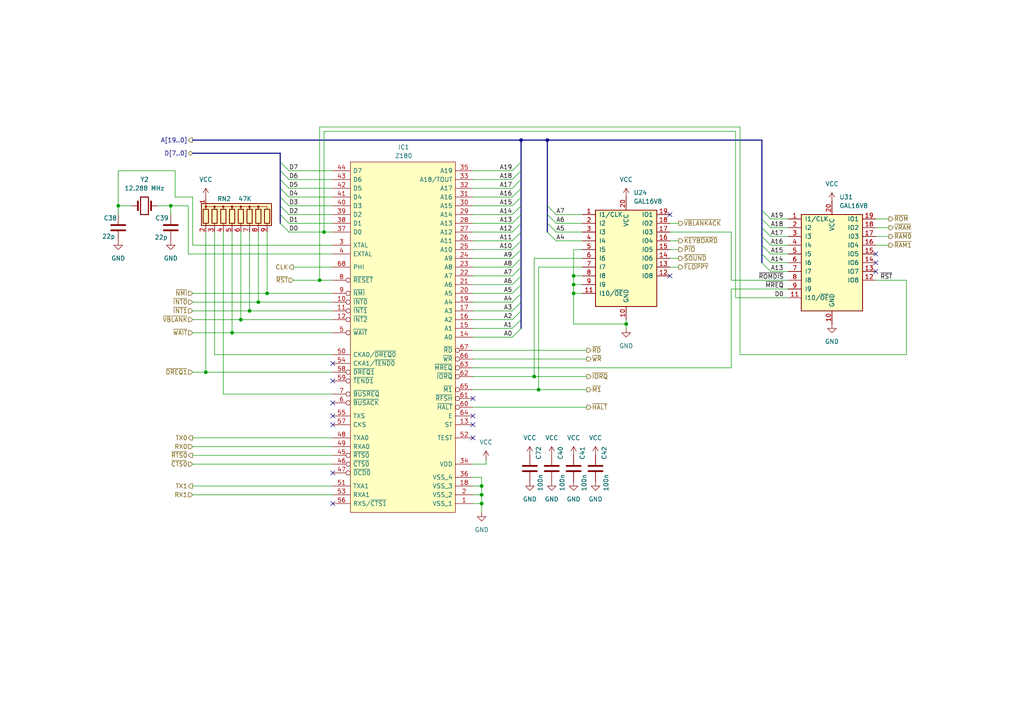
<source format=kicad_sch>
(kicad_sch (version 20250114) (generator "eeschema") (generator_version "9.0")
  (paper "A4")
  (lib_symbols
    (symbol "Device:C" (pin_numbers (hide yes)) (pin_names (offset 0.254))
      (property "Reference" "C" (at 0.635 2.54 0))
      (property "Value" "C" (at 0.635 -2.54 0))
      (symbol "C_0_1"
        (polyline (pts (xy -2.032 0.762) (xy 2.032 0.762)) (stroke (width 0.508)))
        (polyline (pts (xy -2.032 -0.762) (xy 2.032 -0.762)) (stroke (width 0.508)))
      )
      (symbol "C_1_1"
        (pin passive line (at 0 3.81 270) (length 2.794) (name "~") (number "1"))
        (pin passive line (at 0 -3.81 90) (length 2.794) (name "~") (number "2"))
      )
    )
    (symbol "Device:Crystal" (pin_numbers (hide yes)) (pin_names (offset 1.016) (hide yes))
      (property "Reference" "Y" (at 0 3.81 0))
      (property "Value" "Crystal" (at 0 -3.81 0))
      (symbol "Crystal_0_1"
        (polyline (pts (xy -2.54 0) (xy -1.905 0)))
        (polyline (pts (xy -1.905 -1.27) (xy -1.905 1.27)) (stroke (width 0.508)))
        (rectangle (start -1.143 2.54) (end 1.143 -2.54) (stroke (width 0.3048)))
        (polyline (pts (xy 1.905 -1.27) (xy 1.905 1.27)) (stroke (width 0.508)))
        (polyline (pts (xy 2.54 0) (xy 1.905 0)))
      )
      (symbol "Crystal_1_1"
        (pin passive line (at -3.81 0 0) (length 1.27) (name "1") (number "1"))
        (pin passive line (at 3.81 0 180) (length 1.27) (name "2") (number "2"))
      )
    )
    (symbol "Device:R_Network08" (pin_names (offset 0) (hide yes))
      (property "Reference" "RN" (at -12.7 0 90))
      (property "Value" "R_Network08" (at 10.16 0 90))
      (symbol "R_Network08_0_1"
        (rectangle (start -11.43 -3.175) (end 8.89 3.175) (stroke (width 0.254)) (fill (type background)))
        (rectangle (start -10.922 1.524) (end -9.398 -2.54) (stroke (width 0.254)))
        (circle (center -10.16 2.286) (radius 0.254) (fill (type outline)))
        (polyline (pts (xy -10.16 1.524) (xy -10.16 2.286) (xy -7.62 2.286) (xy -7.62 1.524)))
        (polyline (pts (xy -10.16 -2.54) (xy -10.16 -3.81)))
        (rectangle (start -8.382 1.524) (end -6.858 -2.54) (stroke (width 0.254)))
        (circle (center -7.62 2.286) (radius 0.254) (fill (type outline)))
        (polyline (pts (xy -7.62 1.524) (xy -7.62 2.286) (xy -5.08 2.286) (xy -5.08 1.524)))
        (polyline (pts (xy -7.62 -2.54) (xy -7.62 -3.81)))
        (rectangle (start -5.842 1.524) (end -4.318 -2.54) (stroke (width 0.254)))
        (circle (center -5.08 2.286) (radius 0.254) (fill (type outline)))
        (polyline (pts (xy -5.08 1.524) (xy -5.08 2.286) (xy -2.54 2.286) (xy -2.54 1.524)))
        (polyline (pts (xy -5.08 -2.54) (xy -5.08 -3.81)))
        (rectangle (start -3.302 1.524) (end -1.778 -2.54) (stroke (width 0.254)))
        (circle (center -2.54 2.286) (radius 0.254) (fill (type outline)))
        (polyline (pts (xy -2.54 1.524) (xy -2.54 2.286) (xy 0 2.286) (xy 0 1.524)))
        (polyline (pts (xy -2.54 -2.54) (xy -2.54 -3.81)))
        (rectangle (start -0.762 1.524) (end 0.762 -2.54) (stroke (width 0.254)))
        (circle (center 0 2.286) (radius 0.254) (fill (type outline)))
        (polyline (pts (xy 0 1.524) (xy 0 2.286) (xy 2.54 2.286) (xy 2.54 1.524)))
        (polyline (pts (xy 0 -2.54) (xy 0 -3.81)))
        (rectangle (start 1.778 1.524) (end 3.302 -2.54) (stroke (width 0.254)))
        (circle (center 2.54 2.286) (radius 0.254) (fill (type outline)))
        (polyline (pts (xy 2.54 1.524) (xy 2.54 2.286) (xy 5.08 2.286) (xy 5.08 1.524)))
        (polyline (pts (xy 2.54 -2.54) (xy 2.54 -3.81)))
        (rectangle (start 4.318 1.524) (end 5.842 -2.54) (stroke (width 0.254)))
        (circle (center 5.08 2.286) (radius 0.254) (fill (type outline)))
        (polyline (pts (xy 5.08 1.524) (xy 5.08 2.286) (xy 7.62 2.286) (xy 7.62 1.524)))
        (polyline (pts (xy 5.08 -2.54) (xy 5.08 -3.81)))
        (rectangle (start 6.858 1.524) (end 8.382 -2.54) (stroke (width 0.254)))
        (polyline (pts (xy 7.62 -2.54) (xy 7.62 -3.81)))
      )
      (symbol "R_Network08_1_1"
        (pin passive line (at -10.16 5.08 270) (length 2.54) (name "common") (number "1"))
        (pin passive line (at -10.16 -5.08 90) (length 1.27) (name "R1") (number "2"))
        (pin passive line (at -7.62 -5.08 90) (length 1.27) (name "R2") (number "3"))
        (pin passive line (at -5.08 -5.08 90) (length 1.27) (name "R3") (number "4"))
        (pin passive line (at -2.54 -5.08 90) (length 1.27) (name "R4") (number "5"))
        (pin passive line (at 0 -5.08 90) (length 1.27) (name "R5") (number "6"))
        (pin passive line (at 2.54 -5.08 90) (length 1.27) (name "R6") (number "7"))
        (pin passive line (at 5.08 -5.08 90) (length 1.27) (name "R7") (number "8"))
        (pin passive line (at 7.62 -5.08 90) (length 1.27) (name "R8") (number "9"))
      )
    )
    (symbol "Logic_Programmable:GAL16V8" (pin_names (offset 1.016))
      (property "Reference" "U" (at -8.89 16.51 0))
      (property "Value" "GAL16V8" (at 1.27 16.51 0))
      (symbol "GAL16V8_0_0"
        (pin power_in line (at 0 17.78 270) (length 3.81) (name "VCC") (number "20"))
        (pin power_in line (at 0 -17.78 90) (length 3.81) (name "GND") (number "10"))
      )
      (symbol "GAL16V8_0_1"
        (rectangle (start -8.89 13.97) (end 8.89 -13.97) (stroke (width 0.254)) (fill (type background)))
      )
      (symbol "GAL16V8_1_1"
        (pin input line (at -12.7 12.7 0) (length 3.81) (name "I1/CLK") (number "1"))
        (pin input line (at -12.7 10.16 0) (length 3.81) (name "I2") (number "2"))
        (pin input line (at -12.7 7.62 0) (length 3.81) (name "I3") (number "3"))
        (pin input line (at -12.7 5.08 0) (length 3.81) (name "I4") (number "4"))
        (pin input line (at -12.7 2.54 0) (length 3.81) (name "I5") (number "5"))
        (pin input line (at -12.7 0 0) (length 3.81) (name "I6") (number "6"))
        (pin input line (at -12.7 -2.54 0) (length 3.81) (name "I7") (number "7"))
        (pin input line (at -12.7 -5.08 0) (length 3.81) (name "I8") (number "8"))
        (pin input line (at -12.7 -7.62 0) (length 3.81) (name "I9") (number "9"))
        (pin input line (at -12.7 -10.16 0) (length 3.81) (name "I10/~{OE}") (number "11"))
        (pin tri_state line (at 12.7 12.7 180) (length 3.81) (name "IO1") (number "19"))
        (pin tri_state line (at 12.7 10.16 180) (length 3.81) (name "IO2") (number "18"))
        (pin tri_state line (at 12.7 7.62 180) (length 3.81) (name "I03") (number "17"))
        (pin tri_state line (at 12.7 5.08 180) (length 3.81) (name "IO4") (number "16"))
        (pin tri_state line (at 12.7 2.54 180) (length 3.81) (name "IO5") (number "15"))
        (pin tri_state line (at 12.7 0 180) (length 3.81) (name "IO6") (number "14"))
        (pin tri_state line (at 12.7 -2.54 180) (length 3.81) (name "IO7") (number "13"))
        (pin tri_state line (at 12.7 -5.08 180) (length 3.81) (name "IO8") (number "12"))
      )
    )
    (symbol "Zilog_Z180:Z8-L180-S180-180-PLCC-68" (pin_names (offset 0.762))
      (property "Reference" "IC1" (at 62.23 -0.0314 0))
      (property "Value" "Z8-L180-S180-180-PLCC-68" (at 62.23 -2.5714 0))
      (symbol "Z8-L180-S180-180-PLCC-68_0_0"
        (pin tri_state line (at -5.08 -2.54 0) (length 5.08) (name "D7") (number "44"))
        (pin tri_state line (at -5.08 -5.08 0) (length 5.08) (name "D6") (number "43"))
        (pin tri_state line (at -5.08 -7.62 0) (length 5.08) (name "D5") (number "42"))
        (pin tri_state line (at -5.08 -10.16 0) (length 5.08) (name "D4") (number "41"))
        (pin tri_state line (at -5.08 -12.7 0) (length 5.08) (name "D3") (number "40"))
        (pin tri_state line (at -5.08 -15.24 0) (length 5.08) (name "D2") (number "39"))
        (pin tri_state line (at -5.08 -17.78 0) (length 5.08) (name "D1") (number "38"))
        (pin tri_state line (at -5.08 -20.32 0) (length 5.08) (name "D0") (number "37"))
        (pin input line (at -5.08 -24.13 0) (length 5.08) (name "XTAL") (number "3"))
        (pin input line (at -5.08 -26.67 0) (length 5.08) (name "EXTAL") (number "4"))
        (pin output line (at -5.08 -30.48 0) (length 5.08) (name "PHI") (number "68"))
        (pin input inverted (at -5.08 -34.29 0) (length 5.08) (name "~{RESET}") (number "8"))
        (pin input inverted (at -5.08 -38.1 0) (length 5.08) (name "~{NMI}") (number "9"))
        (pin input inverted (at -5.08 -40.64 0) (length 5.08) (name "~{INT0}") (number "10"))
        (pin input inverted (at -5.08 -43.18 0) (length 5.08) (name "~{INT1}") (number "11"))
        (pin input inverted (at -5.08 -45.72 0) (length 5.08) (name "~{INT2}") (number "12"))
        (pin input inverted (at -5.08 -49.53 0) (length 5.08) (name "~{WAIT}") (number "5"))
        (pin bidirectional line (at -5.08 -55.88 0) (length 5.08) (name "CKA0/~{DREQ0}") (number "50"))
        (pin bidirectional line (at -5.08 -58.42 0) (length 5.08) (name "CKA1/~{TEND0}") (number "54"))
        (pin input inverted (at -5.08 -60.96 0) (length 5.08) (name "~{DREQ1}") (number "58"))
        (pin output inverted (at -5.08 -63.5 0) (length 5.08) (name "~{TEND1}") (number "59"))
        (pin input inverted (at -5.08 -67.31 0) (length 5.08) (name "~{BUSREQ}") (number "7"))
        (pin output inverted (at -5.08 -69.85 0) (length 5.08) (name "~{BUSACK}") (number "6"))
        (pin output line (at -5.08 -73.66 0) (length 5.08) (name "TXS") (number "55"))
        (pin bidirectional line (at -5.08 -76.2 0) (length 5.08) (name "CKS") (number "57"))
        (pin output line (at -5.08 -80.01 0) (length 5.08) (name "TXA0") (number "48"))
        (pin input line (at -5.08 -82.55 0) (length 5.08) (name "RXA0") (number "49"))
        (pin output inverted (at -5.08 -85.09 0) (length 5.08) (name "~{RTS0}") (number "45"))
        (pin input inverted (at -5.08 -87.63 0) (length 5.08) (name "~{CTS0}") (number "46"))
        (pin input inverted (at -5.08 -90.17 0) (length 5.08) (name "~{DCD0}") (number "47"))
        (pin output line (at -5.08 -93.98 0) (length 5.08) (name "TXA1") (number "51"))
        (pin input line (at -5.08 -96.52 0) (length 5.08) (name "RXA1") (number "53"))
        (pin input line (at -5.08 -99.06 0) (length 5.08) (name "RXS/~{CTS1}") (number "56"))
        (pin output line (at 35.56 -2.54 180) (length 5.08) (name "A19") (number "35"))
        (pin output line (at 35.56 -5.08 180) (length 5.08) (name "A18/TOUT") (number "33"))
        (pin output line (at 35.56 -7.62 180) (length 5.08) (name "A17") (number "32"))
        (pin output line (at 35.56 -10.16 180) (length 5.08) (name "A16") (number "31"))
        (pin output line (at 35.56 -12.7 180) (length 5.08) (name "A15") (number "30"))
        (pin output line (at 35.56 -15.24 180) (length 5.08) (name "A14") (number "29"))
        (pin output line (at 35.56 -17.78 180) (length 5.08) (name "A13") (number "28"))
        (pin output line (at 35.56 -20.32 180) (length 5.08) (name "A12") (number "27"))
        (pin output line (at 35.56 -22.86 180) (length 5.08) (name "A11") (number "26"))
        (pin output line (at 35.56 -25.4 180) (length 5.08) (name "A10") (number "25"))
        (pin output line (at 35.56 -27.94 180) (length 5.08) (name "A9") (number "24"))
        (pin output line (at 35.56 -30.48 180) (length 5.08) (name "A8") (number "23"))
        (pin output line (at 35.56 -33.02 180) (length 5.08) (name "A7") (number "22"))
        (pin output line (at 35.56 -35.56 180) (length 5.08) (name "A6") (number "21"))
        (pin output line (at 35.56 -38.1 180) (length 5.08) (name "A5") (number "20"))
        (pin output line (at 35.56 -40.64 180) (length 5.08) (name "A4") (number "19"))
        (pin output line (at 35.56 -43.18 180) (length 5.08) (name "A3") (number "17"))
        (pin output line (at 35.56 -45.72 180) (length 5.08) (name "A2") (number "16"))
        (pin output line (at 35.56 -48.26 180) (length 5.08) (name "A1") (number "15"))
        (pin output line (at 35.56 -50.8 180) (length 5.08) (name "A0") (number "14"))
        (pin output inverted (at 35.56 -54.61 180) (length 5.08) (name "~{RD}") (number "67"))
        (pin output inverted (at 35.56 -57.15 180) (length 5.08) (name "~{WR}") (number "66"))
        (pin output inverted (at 35.56 -59.69 180) (length 5.08) (name "~{MREQ}") (number "63"))
        (pin output inverted (at 35.56 -62.23 180) (length 5.08) (name "~{IORQ}") (number "62"))
        (pin output inverted (at 35.56 -66.04 180) (length 5.08) (name "~{M1}") (number "65"))
        (pin output inverted (at 35.56 -68.58 180) (length 5.08) (name "~{RFSH}") (number "61"))
        (pin output inverted (at 35.56 -71.12 180) (length 5.08) (name "~{HALT}") (number "60"))
        (pin output line (at 35.56 -73.66 180) (length 5.08) (name "E") (number "64"))
        (pin output line (at 35.56 -76.2 180) (length 5.08) (name "ST") (number "13"))
        (pin output line (at 35.56 -80.01 180) (length 5.08) (name "TEST") (number "52"))
        (pin power_in line (at 35.56 -87.63 180) (length 5.08) (name "VDD") (number "34"))
        (pin power_in line (at 35.56 -91.44 180) (length 5.08) (name "VSS_4") (number "36"))
        (pin power_in line (at 35.56 -93.98 180) (length 5.08) (name "VSS_3") (number "18"))
        (pin power_in line (at 35.56 -96.52 180) (length 5.08) (name "VSS_2") (number "2"))
        (pin power_in line (at 35.56 -99.06 180) (length 5.08) (name "VSS_1") (number "1"))
      )
      (symbol "Z8-L180-S180-180-PLCC-68_0_1"
        (rectangle (start 0 0) (end 30.48 -101.6) (stroke (width 0.1524)) (fill (type background)))
      )
    )
    (symbol "power:GND" (power) (pin_numbers (hide yes)) (pin_names (offset 0) (hide yes))
      (property "Value" "GND" (at 0 -3.81 0))
      (symbol "GND_0_1"
        (polyline (pts (xy 0 0) (xy 0 -1.27) (xy 1.27 -1.27) (xy 0 -2.54) (xy -1.27 -1.27) (xy 0 -1.27)))
      )
      (symbol "GND_1_1"
        (pin power_in line (at 0 0 270) (length 0) (name "~") (number "1"))
      )
    )
    (symbol "power:VCC" (power) (pin_numbers (hide yes)) (pin_names (offset 0) (hide yes))
      (property "Value" "VCC" (at 0 3.556 0))
      (symbol "VCC_0_1"
        (polyline (pts (xy -0.762 1.27) (xy 0 2.54)))
        (polyline (pts (xy 0 2.54) (xy 0.762 1.27)))
        (polyline (pts (xy 0 0) (xy 0 2.54)))
      )
      (symbol "VCC_1_1"
        (pin power_in line (at 0 0 90) (length 0) (name "~") (number "1"))
      )
    )
  )
  (junction (at 154.94 109.22))
  (junction (at 139.7 143.51))
  (junction (at 166.37 82.55))
  (junction (at 93.98 67.31))
  (junction (at 74.93 87.63))
  (junction (at 139.7 146.05))
  (junction (at 34.29 59.69))
  (junction (at 49.53 59.69))
  (junction (at 158.75 40.64))
  (junction (at 69.85 92.71))
  (junction (at 77.47 85.09))
  (junction (at 166.37 80.01))
  (junction (at 67.31 96.52))
  (junction (at 92.71 81.28))
  (junction (at 72.39 90.17))
  (junction (at 59.69 107.95))
  (junction (at 181.61 93.98))
  (junction (at 166.37 85.09))
  (junction (at 156.21 113.03))
  (junction (at 151.13 40.64))
  (junction (at 139.7 140.97))
  (no_connect (at 254 78.74))
  (no_connect (at 194.31 80.01))
  (no_connect (at 96.52 116.84))
  (no_connect (at 96.52 146.05))
  (no_connect (at 96.52 110.49))
  (no_connect (at 96.52 123.19))
  (no_connect (at 254 76.2))
  (no_connect (at 96.52 120.65))
  (no_connect (at 254 73.66))
  (no_connect (at 137.16 115.57))
  (no_connect (at 137.16 127))
  (no_connect (at 96.52 137.16))
  (no_connect (at 96.52 105.41))
  (no_connect (at 137.16 120.65))
  (no_connect (at 137.16 123.19))
  (no_connect (at 194.31 62.23))
  (bus_entry (at 81.28 62.23) (size 2.54 2.54))
  (bus_entry (at 151.13 69.85) (size -2.54 2.54))
  (bus_entry (at 151.13 54.61) (size -2.54 2.54))
  (bus_entry (at 81.28 52.07) (size 2.54 2.54))
  (bus_entry (at 81.28 46.99) (size 2.54 2.54))
  (bus_entry (at 151.13 52.07) (size -2.54 2.54))
  (bus_entry (at 151.13 74.93) (size -2.54 2.54))
  (bus_entry (at 81.28 49.53) (size 2.54 2.54))
  (bus_entry (at 151.13 95.25) (size -2.54 2.54))
  (bus_entry (at 151.13 80.01) (size -2.54 2.54))
  (bus_entry (at 220.98 63.5) (size 2.54 2.54))
  (bus_entry (at 220.98 76.2) (size 2.54 2.54))
  (bus_entry (at 158.75 62.23) (size 2.54 2.54))
  (bus_entry (at 81.28 54.61) (size 2.54 2.54))
  (bus_entry (at 151.13 90.17) (size -2.54 2.54))
  (bus_entry (at 151.13 92.71) (size -2.54 2.54))
  (bus_entry (at 81.28 59.69) (size 2.54 2.54))
  (bus_entry (at 158.75 64.77) (size 2.54 2.54))
  (bus_entry (at 151.13 77.47) (size -2.54 2.54))
  (bus_entry (at 151.13 82.55) (size -2.54 2.54))
  (bus_entry (at 151.13 85.09) (size -2.54 2.54))
  (bus_entry (at 220.98 73.66) (size 2.54 2.54))
  (bus_entry (at 151.13 64.77) (size -2.54 2.54))
  (bus_entry (at 220.98 66.04) (size 2.54 2.54))
  (bus_entry (at 158.75 59.69) (size 2.54 2.54))
  (bus_entry (at 151.13 49.53) (size -2.54 2.54))
  (bus_entry (at 220.98 60.96) (size 2.54 2.54))
  (bus_entry (at 220.98 68.58) (size 2.54 2.54))
  (bus_entry (at 81.28 64.77) (size 2.54 2.54))
  (bus_entry (at 151.13 57.15) (size -2.54 2.54))
  (bus_entry (at 81.28 57.15) (size 2.54 2.54))
  (bus_entry (at 151.13 62.23) (size -2.54 2.54))
  (bus_entry (at 151.13 46.99) (size -2.54 2.54))
  (bus_entry (at 151.13 67.31) (size -2.54 2.54))
  (bus_entry (at 158.75 67.31) (size 2.54 2.54))
  (bus_entry (at 151.13 72.39) (size -2.54 2.54))
  (bus_entry (at 220.98 71.12) (size 2.54 2.54))
  (bus_entry (at 151.13 59.69) (size -2.54 2.54))
  (bus_entry (at 151.13 87.63) (size -2.54 2.54))
  (wire (pts (xy 54.61 59.69) (xy 54.61 73.66)))
  (wire (pts (xy 154.94 109.22) (xy 170.18 109.22)))
  (bus (pts (xy 151.13 57.15) (xy 151.13 59.69)))
  (wire (pts (xy 137.16 49.53) (xy 148.59 49.53)))
  (wire (pts (xy 137.16 85.09) (xy 148.59 85.09)))
  (wire (pts (xy 137.16 64.77) (xy 148.59 64.77)))
  (bus (pts (xy 158.75 40.64) (xy 158.75 59.69)))
  (wire (pts (xy 83.82 59.69) (xy 96.52 59.69)))
  (wire (pts (xy 223.52 73.66) (xy 228.6 73.66)))
  (wire (pts (xy 137.16 95.25) (xy 148.59 95.25)))
  (wire (pts (xy 72.39 90.17) (xy 72.39 67.31)))
  (wire (pts (xy 85.09 81.28) (xy 92.71 81.28)))
  (wire (pts (xy 62.23 102.87) (xy 62.23 67.31)))
  (wire (pts (xy 223.52 76.2) (xy 228.6 76.2)))
  (wire (pts (xy 166.37 80.01) (xy 166.37 72.39)))
  (wire (pts (xy 137.16 90.17) (xy 148.59 90.17)))
  (bus (pts (xy 151.13 85.09) (xy 151.13 87.63)))
  (wire (pts (xy 214.63 102.87) (xy 262.89 102.87)))
  (wire (pts (xy 55.88 127) (xy 96.52 127)))
  (wire (pts (xy 50.8 57.15) (xy 55.88 57.15)))
  (bus (pts (xy 220.98 40.64) (xy 220.98 60.96)))
  (bus (pts (xy 81.28 54.61) (xy 81.28 57.15)))
  (wire (pts (xy 55.88 96.52) (xy 67.31 96.52)))
  (wire (pts (xy 137.16 118.11) (xy 170.18 118.11)))
  (bus (pts (xy 151.13 87.63) (xy 151.13 90.17)))
  (wire (pts (xy 55.88 129.54) (xy 96.52 129.54)))
  (wire (pts (xy 85.09 77.47) (xy 96.52 77.47)))
  (wire (pts (xy 96.52 87.63) (xy 74.93 87.63)))
  (wire (pts (xy 137.16 62.23) (xy 148.59 62.23)))
  (wire (pts (xy 137.16 113.03) (xy 156.21 113.03)))
  (wire (pts (xy 139.7 138.43) (xy 139.7 140.97)))
  (wire (pts (xy 137.16 80.01) (xy 148.59 80.01)))
  (bus (pts (xy 81.28 59.69) (xy 81.28 62.23)))
  (wire (pts (xy 194.31 64.77) (xy 196.85 64.77)))
  (wire (pts (xy 38.1 59.69) (xy 34.29 59.69)))
  (bus (pts (xy 151.13 62.23) (xy 151.13 64.77)))
  (wire (pts (xy 166.37 82.55) (xy 168.91 82.55)))
  (wire (pts (xy 223.52 66.04) (xy 228.6 66.04)))
  (bus (pts (xy 151.13 59.69) (xy 151.13 62.23)))
  (wire (pts (xy 55.88 87.63) (xy 74.93 87.63)))
  (wire (pts (xy 181.61 93.98) (xy 166.37 93.98)))
  (wire (pts (xy 137.16 101.6) (xy 170.18 101.6)))
  (bus (pts (xy 81.28 44.45) (xy 81.28 46.99)))
  (wire (pts (xy 137.16 74.93) (xy 148.59 74.93)))
  (bus (pts (xy 81.28 62.23) (xy 81.28 64.77)))
  (wire (pts (xy 55.88 134.62) (xy 96.52 134.62)))
  (wire (pts (xy 83.82 49.53) (xy 96.52 49.53)))
  (wire (pts (xy 55.88 71.12) (xy 96.52 71.12)))
  (bus (pts (xy 151.13 69.85) (xy 151.13 72.39)))
  (wire (pts (xy 161.29 67.31) (xy 168.91 67.31)))
  (wire (pts (xy 93.98 38.1) (xy 213.36 38.1)))
  (wire (pts (xy 212.09 83.82) (xy 228.6 83.82)))
  (wire (pts (xy 137.16 106.68) (xy 212.09 106.68)))
  (wire (pts (xy 156.21 113.03) (xy 156.21 77.47)))
  (wire (pts (xy 223.52 71.12) (xy 228.6 71.12)))
  (wire (pts (xy 181.61 92.71) (xy 181.61 93.98)))
  (wire (pts (xy 50.8 49.53) (xy 50.8 57.15)))
  (wire (pts (xy 196.85 77.47) (xy 194.31 77.47)))
  (wire (pts (xy 137.16 87.63) (xy 148.59 87.63)))
  (wire (pts (xy 92.71 81.28) (xy 96.52 81.28)))
  (wire (pts (xy 77.47 85.09) (xy 77.47 67.31)))
  (bus (pts (xy 151.13 90.17) (xy 151.13 92.71)))
  (bus (pts (xy 151.13 67.31) (xy 151.13 69.85)))
  (wire (pts (xy 137.16 140.97) (xy 139.7 140.97)))
  (wire (pts (xy 137.16 69.85) (xy 148.59 69.85)))
  (bus (pts (xy 151.13 72.39) (xy 151.13 74.93)))
  (wire (pts (xy 34.29 49.53) (xy 50.8 49.53)))
  (wire (pts (xy 212.09 106.68) (xy 212.09 83.82)))
  (wire (pts (xy 137.16 82.55) (xy 148.59 82.55)))
  (wire (pts (xy 161.29 69.85) (xy 168.91 69.85)))
  (bus (pts (xy 151.13 52.07) (xy 151.13 54.61)))
  (wire (pts (xy 166.37 80.01) (xy 168.91 80.01)))
  (wire (pts (xy 49.53 59.69) (xy 54.61 59.69)))
  (bus (pts (xy 81.28 46.99) (xy 81.28 49.53)))
  (wire (pts (xy 55.88 57.15) (xy 55.88 71.12)))
  (wire (pts (xy 83.82 64.77) (xy 96.52 64.77)))
  (bus (pts (xy 81.28 49.53) (xy 81.28 52.07)))
  (wire (pts (xy 69.85 92.71) (xy 69.85 67.31)))
  (wire (pts (xy 137.16 138.43) (xy 139.7 138.43)))
  (wire (pts (xy 140.97 134.62) (xy 140.97 133.35)))
  (bus (pts (xy 220.98 71.12) (xy 220.98 73.66)))
  (wire (pts (xy 213.36 38.1) (xy 213.36 86.36)))
  (wire (pts (xy 213.36 86.36) (xy 228.6 86.36)))
  (bus (pts (xy 220.98 60.96) (xy 220.98 63.5)))
  (bus (pts (xy 158.75 40.64) (xy 220.98 40.64)))
  (wire (pts (xy 96.52 90.17) (xy 72.39 90.17)))
  (wire (pts (xy 137.16 104.14) (xy 170.18 104.14)))
  (wire (pts (xy 45.72 59.69) (xy 49.53 59.69)))
  (wire (pts (xy 55.88 132.08) (xy 96.52 132.08)))
  (wire (pts (xy 137.16 52.07) (xy 148.59 52.07)))
  (wire (pts (xy 83.82 52.07) (xy 96.52 52.07)))
  (wire (pts (xy 34.29 59.69) (xy 34.29 49.53)))
  (bus (pts (xy 220.98 68.58) (xy 220.98 71.12)))
  (bus (pts (xy 220.98 73.66) (xy 220.98 76.2)))
  (wire (pts (xy 83.82 62.23) (xy 96.52 62.23)))
  (wire (pts (xy 254 66.04) (xy 257.81 66.04)))
  (bus (pts (xy 220.98 66.04) (xy 220.98 68.58)))
  (wire (pts (xy 137.16 67.31) (xy 148.59 67.31)))
  (wire (pts (xy 166.37 72.39) (xy 168.91 72.39)))
  (bus (pts (xy 151.13 40.64) (xy 158.75 40.64)))
  (wire (pts (xy 96.52 85.09) (xy 77.47 85.09)))
  (wire (pts (xy 83.82 54.61) (xy 96.52 54.61)))
  (bus (pts (xy 151.13 77.47) (xy 151.13 80.01)))
  (wire (pts (xy 69.85 92.71) (xy 96.52 92.71)))
  (wire (pts (xy 49.53 59.69) (xy 49.53 62.23)))
  (wire (pts (xy 196.85 74.93) (xy 194.31 74.93)))
  (wire (pts (xy 137.16 109.22) (xy 154.94 109.22)))
  (wire (pts (xy 194.31 67.31) (xy 212.09 67.31)))
  (wire (pts (xy 74.93 87.63) (xy 74.93 67.31)))
  (wire (pts (xy 223.52 78.74) (xy 228.6 78.74)))
  (wire (pts (xy 96.52 96.52) (xy 67.31 96.52)))
  (wire (pts (xy 262.89 81.28) (xy 254 81.28)))
  (wire (pts (xy 55.88 92.71) (xy 69.85 92.71)))
  (wire (pts (xy 93.98 67.31) (xy 96.52 67.31)))
  (wire (pts (xy 223.52 63.5) (xy 228.6 63.5)))
  (wire (pts (xy 254 68.58) (xy 257.81 68.58)))
  (wire (pts (xy 139.7 146.05) (xy 139.7 148.59)))
  (wire (pts (xy 137.16 143.51) (xy 139.7 143.51)))
  (wire (pts (xy 139.7 140.97) (xy 139.7 143.51)))
  (wire (pts (xy 93.98 67.31) (xy 93.98 38.1)))
  (wire (pts (xy 161.29 64.77) (xy 168.91 64.77)))
  (wire (pts (xy 55.88 90.17) (xy 72.39 90.17)))
  (wire (pts (xy 137.16 57.15) (xy 148.59 57.15)))
  (bus (pts (xy 55.88 44.45) (xy 81.28 44.45)))
  (bus (pts (xy 151.13 74.93) (xy 151.13 77.47)))
  (wire (pts (xy 254 71.12) (xy 257.81 71.12)))
  (wire (pts (xy 54.61 73.66) (xy 96.52 73.66)))
  (bus (pts (xy 220.98 63.5) (xy 220.98 66.04)))
  (bus (pts (xy 81.28 52.07) (xy 81.28 54.61)))
  (wire (pts (xy 92.71 81.28) (xy 92.71 36.83)))
  (bus (pts (xy 151.13 40.64) (xy 151.13 46.99)))
  (wire (pts (xy 96.52 107.95) (xy 59.69 107.95)))
  (bus (pts (xy 151.13 64.77) (xy 151.13 67.31)))
  (wire (pts (xy 83.82 57.15) (xy 96.52 57.15)))
  (bus (pts (xy 81.28 57.15) (xy 81.28 59.69)))
  (wire (pts (xy 55.88 85.09) (xy 77.47 85.09)))
  (bus (pts (xy 151.13 54.61) (xy 151.13 57.15)))
  (wire (pts (xy 137.16 77.47) (xy 148.59 77.47)))
  (wire (pts (xy 214.63 36.83) (xy 214.63 102.87)))
  (wire (pts (xy 154.94 109.22) (xy 154.94 74.93)))
  (wire (pts (xy 196.85 69.85) (xy 194.31 69.85)))
  (wire (pts (xy 181.61 93.98) (xy 181.61 95.25)))
  (wire (pts (xy 254 63.5) (xy 257.81 63.5)))
  (wire (pts (xy 92.71 36.83) (xy 214.63 36.83)))
  (wire (pts (xy 161.29 62.23) (xy 168.91 62.23)))
  (wire (pts (xy 59.69 107.95) (xy 59.69 67.31)))
  (wire (pts (xy 96.52 114.3) (xy 64.77 114.3)))
  (wire (pts (xy 83.82 67.31) (xy 93.98 67.31)))
  (wire (pts (xy 96.52 102.87) (xy 62.23 102.87)))
  (bus (pts (xy 151.13 49.53) (xy 151.13 52.07)))
  (bus (pts (xy 151.13 80.01) (xy 151.13 82.55)))
  (wire (pts (xy 55.88 140.97) (xy 96.52 140.97)))
  (bus (pts (xy 158.75 64.77) (xy 158.75 67.31)))
  (wire (pts (xy 156.21 113.03) (xy 170.18 113.03)))
  (wire (pts (xy 166.37 93.98) (xy 166.37 85.09)))
  (wire (pts (xy 166.37 85.09) (xy 166.37 82.55)))
  (wire (pts (xy 137.16 92.71) (xy 148.59 92.71)))
  (wire (pts (xy 34.29 59.69) (xy 34.29 62.23)))
  (wire (pts (xy 64.77 114.3) (xy 64.77 67.31)))
  (wire (pts (xy 139.7 143.51) (xy 139.7 146.05)))
  (wire (pts (xy 212.09 81.28) (xy 228.6 81.28)))
  (wire (pts (xy 223.52 68.58) (xy 228.6 68.58)))
  (wire (pts (xy 137.16 97.79) (xy 148.59 97.79)))
  (wire (pts (xy 67.31 96.52) (xy 67.31 67.31)))
  (wire (pts (xy 137.16 54.61) (xy 148.59 54.61)))
  (bus (pts (xy 158.75 59.69) (xy 158.75 62.23)))
  (wire (pts (xy 262.89 102.87) (xy 262.89 81.28)))
  (bus (pts (xy 151.13 82.55) (xy 151.13 85.09)))
  (wire (pts (xy 55.88 143.51) (xy 96.52 143.51)))
  (wire (pts (xy 166.37 85.09) (xy 168.91 85.09)))
  (wire (pts (xy 137.16 134.62) (xy 140.97 134.62)))
  (wire (pts (xy 196.85 72.39) (xy 194.31 72.39)))
  (wire (pts (xy 166.37 82.55) (xy 166.37 80.01)))
  (wire (pts (xy 55.88 107.95) (xy 59.69 107.95)))
  (wire (pts (xy 137.16 146.05) (xy 139.7 146.05)))
  (wire (pts (xy 154.94 74.93) (xy 168.91 74.93)))
  (wire (pts (xy 137.16 59.69) (xy 148.59 59.69)))
  (wire (pts (xy 156.21 77.47) (xy 168.91 77.47)))
  (wire (pts (xy 137.16 72.39) (xy 148.59 72.39)))
  (bus (pts (xy 55.88 40.64) (xy 151.13 40.64)))
  (bus (pts (xy 151.13 92.71) (xy 151.13 95.25)))
  (bus (pts (xy 158.75 62.23) (xy 158.75 64.77)))
  (wire (pts (xy 212.09 67.31) (xy 212.09 81.28)))
  (bus (pts (xy 151.13 46.99) (xy 151.13 49.53)))
  (label "A13" (at 223.52 78.74 0))
  (label "A4" (at 161.29 69.85 0))
  (label "A1" (at 148.59 95.25 180))
  (label "D0" (at 83.82 67.31 0))
  (label "A11" (at 148.59 69.85 180))
  (label "D7" (at 83.82 49.53 0))
  (label "D6" (at 83.82 52.07 0))
  (label "A5" (at 161.29 67.31 0))
  (label "A3" (at 148.59 90.17 180))
  (label "A6" (at 161.29 64.77 0))
  (label "~{RST}" (at 255.27 81.28 0))
  (label "A6" (at 148.59 82.55 180))
  (label "A18" (at 148.59 52.07 180))
  (label "A5" (at 148.59 85.09 180))
  (label "D3" (at 83.82 59.69 0))
  (label "D2" (at 83.82 62.23 0))
  (label "A14" (at 148.59 62.23 180))
  (label "A15" (at 148.59 59.69 180))
  (label "A7" (at 148.59 80.01 180))
  (label "A12" (at 148.59 67.31 180))
  (label "A4" (at 148.59 87.63 180))
  (label "A19" (at 223.52 63.5 0))
  (label "D4" (at 83.82 57.15 0))
  (label "A10" (at 148.59 72.39 180))
  (label "A14" (at 223.52 76.2 0))
  (label "A13" (at 148.59 64.77 180))
  (label "A18" (at 223.52 66.04 0))
  (label "D1" (at 83.82 64.77 0))
  (label "A15" (at 223.52 73.66 0))
  (label "~{MREQ}" (at 227.33 83.82 180))
  (label "~{ROMDIS}" (at 227.33 81.28 180))
  (label "A9" (at 148.59 74.93 180))
  (label "A8" (at 148.59 77.47 180))
  (label "D5" (at 83.82 54.61 0))
  (label "A7" (at 161.29 62.23 0))
  (label "D0" (at 227.33 86.36 180))
  (label "A2" (at 148.59 92.71 180))
  (label "A16" (at 148.59 57.15 180))
  (label "A16" (at 223.52 71.12 0))
  (label "A17" (at 148.59 54.61 180))
  (label "A19" (at 148.59 49.53 180))
  (label "A0" (at 148.59 97.79 180))
  (label "A17" (at 223.52 68.58 0))
  (hierarchical_label "~{INT0}" (shape input) (at 55.88 87.63 180))
  (hierarchical_label "~{VBLANKACK}" (shape output) (at 196.85 64.77 0))
  (hierarchical_label "TX1" (shape output) (at 55.88 140.97 180))
  (hierarchical_label "~{FLOPPY}" (shape output) (at 196.85 77.47 0))
  (hierarchical_label "~{ROM}" (shape output) (at 257.81 63.5 0))
  (hierarchical_label "RX1" (shape input) (at 55.88 143.51 180))
  (hierarchical_label "~{RAM0}" (shape output) (at 257.81 68.58 0))
  (hierarchical_label "~{RTS0}" (shape output) (at 55.88 132.08 180))
  (hierarchical_label "CLK" (shape output) (at 85.09 77.47 180))
  (hierarchical_label "~{WAIT}" (shape input) (at 55.88 96.52 180))
  (hierarchical_label "~{CTS0}" (shape input) (at 55.88 134.62 180))
  (hierarchical_label "A[19..0]" (shape output) (at 55.88 40.64 180))
  (hierarchical_label "~{HALT}" (shape output) (at 170.18 118.11 0))
  (hierarchical_label "~{DREQ1}" (shape input) (at 55.88 107.95 180))
  (hierarchical_label "~{RAM1}" (shape output) (at 257.81 71.12 0))
  (hierarchical_label "~{WR}" (shape output) (at 170.18 104.14 0))
  (hierarchical_label "~{IORQ}" (shape output) (at 170.18 109.22 0))
  (hierarchical_label "~{NMI}" (shape input) (at 55.88 85.09 180))
  (hierarchical_label "~{KEYBOARD}" (shape output) (at 196.85 69.85 0))
  (hierarchical_label "~{PIO}" (shape output) (at 196.85 72.39 0))
  (hierarchical_label "~{RD}" (shape output) (at 170.18 101.6 0))
  (hierarchical_label "~{RST}" (shape input) (at 85.09 81.28 180))
  (hierarchical_label "RX0" (shape input) (at 55.88 129.54 180))
  (hierarchical_label "~{VBLANK}" (shape input) (at 55.88 92.71 180))
  (hierarchical_label "~{VRAM}" (shape output) (at 257.81 66.04 0))
  (hierarchical_label "~{SOUND}" (shape output) (at 196.85 74.93 0))
  (hierarchical_label "TX0" (shape output) (at 55.88 127 180))
  (hierarchical_label "D[7..0]" (shape bidirectional) (at 55.88 44.45 180))
  (hierarchical_label "~{M1}" (shape output) (at 170.18 113.03 0))
  (hierarchical_label "~{INT1}" (shape input) (at 55.88 90.17 180))
  (symbol (lib_id "power:VCC") (at 241.3 58.42 0) (unit 1)
    (property "Reference" "#PWR0196" (effects (hide yes)))
    (property "Value" "VCC" (at 241.3 53.34 0))
    (property "Description" "Power symbol creates a global label with name \"VCC\"" (effects (hide yes)))
  )
  (symbol (lib_id "power:GND") (at 181.61 95.25 0) (unit 1)
    (property "Reference" "#PWR0194" (effects (hide yes)))
    (property "Value" "GND" (at 181.61 100.33 0))
    (property "Description" "Power symbol creates a global label with name \"GND\" , ground" (effects (hide yes)))
  )
  (symbol (lib_id "Device:C") (at 172.72 135.89 0) (unit 1)
    (property "Reference" "C42" (at 175.26 133.35 90) (effects (justify left)))
    (property "Value" "100n" (at 175.768 142.494 90) (effects (justify left)))
    (property "Footprint" "Capacitor_THT:C_Disc_D5.0mm_W2.5mm_P2.50mm" (effects (hide yes)))
    (property "Description" "Unpolarized capacitor" (effects (hide yes)))
  )
  (symbol (lib_id "Device:C") (at 153.67 135.89 0) (unit 1)
    (property "Reference" "C72" (at 156.21 133.35 90) (effects (justify left)))
    (property "Value" "100n" (at 156.718 142.494 90) (effects (justify left)))
    (property "Footprint" "Capacitor_THT:C_Disc_D5.0mm_W2.5mm_P2.50mm" (effects (hide yes)))
    (property "Description" "Unpolarized capacitor" (effects (hide yes)))
  )
  (symbol (lib_id "power:GND") (at 49.53 69.85 0) (unit 1)
    (property "Reference" "#PWR0115" (effects (hide yes)))
    (property "Value" "GND" (at 49.53 74.93 0))
    (property "Description" "Power symbol creates a global label with name \"GND\" , ground" (effects (hide yes)))
  )
  (symbol (lib_id "power:GND") (at 34.29 69.85 0) (unit 1)
    (property "Reference" "#PWR065" (effects (hide yes)))
    (property "Value" "GND" (at 34.29 74.93 0))
    (property "Description" "Power symbol creates a global label with name \"GND\" , ground" (effects (hide yes)))
  )
  (symbol (lib_id "power:GND") (at 139.7 148.59 0) (unit 1)
    (property "Reference" "#PWR02" (effects (hide yes)))
    (property "Value" "GND" (at 139.7 153.67 0))
    (property "Description" "Power symbol creates a global label with name \"GND\" , ground" (effects (hide yes)))
  )
  (symbol (lib_id "Zilog_Z180:Z8-L180-S180-180-PLCC-68") (at 101.6 46.99 0) (unit 1)
    (property "Reference" "IC1" (at 117.094 42.672 0))
    (property "Value" "Z180" (at 117.094 45.212 0))
    (property "Footprint" "Package_LCC:PLCC-68_THT-Socket" (effects (hide yes)))
    (property "Datasheet" "http://www.mouser.com/ds/2/450/z8s180ps-28828.pdf" (effects (hide yes)))
    (property "Description" "Zilog Z8S180 & Z8L180, Z80 Microprocessor Z180 8bit CISC 68-Pin PLCC" (effects (hide yes)))
    (property "Description_1" "Zilog Z8S180 & Z8L180, Z80 Microprocessor Z180 8bit CISC 68-Pin PLCC" (effects (hide yes)))
    (property "Height" "4.57" (effects (hide yes)))
    (property "Manufacturer_Name" "Zilog" (effects (hide yes)))
    (property "Manufacturer_Part_Number" "Z8S18033VSG" (effects (hide yes)))
    (property "Mouser Part Number" "692-Z8S18033VSG" (effects (hide yes)))
    (property "Mouser Price/Stock" "https://www.mouser.com/Search/Refine.aspx?Keyword=692-Z8S18033VSG" (effects (hide yes)))
    (property "RS Part Number" "6259270" (effects (hide yes)))
    (property "RS Price/Stock" "http://uk.rs-online.com/web/p/products/6259270" (effects (hide yes)))
    (property "Allied_Number" "R1000023" (effects (hide yes)))
    (property "Allied Price/Stock" "https://www.alliedelec.com/zilog-z8s18033vsg/R1000023/" (effects (hide yes)))
  )
  (symbol (lib_id "Logic_Programmable:GAL16V8") (at 181.61 74.93 0) (unit 1)
    (property "Reference" "U24" (at 183.7533 55.88 0) (effects (justify left)))
    (property "Value" "GAL16V8" (at 183.7533 58.42 0) (effects (justify left)))
    (property "Footprint" "Package_DIP:DIP-20_W7.62mm" (effects (hide yes)))
    (property "Description" "Programmable Logic Array, DIP-20/SOIC-20/PLCC-20" (effects (hide yes)))
  )
  (symbol (lib_id "power:GND") (at 241.3 93.98 0) (unit 1)
    (property "Reference" "#PWR0197" (effects (hide yes)))
    (property "Value" "GND" (at 241.3 99.06 0))
    (property "Description" "Power symbol creates a global label with name \"GND\" , ground" (effects (hide yes)))
  )
  (symbol (lib_id "Logic_Programmable:GAL16V8") (at 241.3 76.2 0) (unit 1)
    (property "Reference" "U31" (at 243.4433 57.15 0) (effects (justify left)))
    (property "Value" "GAL16V8" (at 243.4433 59.69 0) (effects (justify left)))
    (property "Footprint" "Package_DIP:DIP-20_W7.62mm" (effects (hide yes)))
    (property "Description" "Programmable Logic Array, DIP-20/SOIC-20/PLCC-20" (effects (hide yes)))
  )
  (symbol (lib_id "Device:C") (at 166.37 135.89 0) (unit 1)
    (property "Reference" "C41" (at 168.91 133.35 90) (effects (justify left)))
    (property "Value" "100n" (at 169.418 142.494 90) (effects (justify left)))
    (property "Footprint" "Capacitor_THT:C_Disc_D5.0mm_W2.5mm_P2.50mm" (effects (hide yes)))
    (property "Description" "Unpolarized capacitor" (effects (hide yes)))
  )
  (symbol (lib_id "power:VCC") (at 172.72 132.08 0) (unit 1)
    (property "Reference" "#PWR0123" (effects (hide yes)))
    (property "Value" "VCC" (at 172.72 127 0))
    (property "Description" "Power symbol creates a global label with name \"VCC\"" (effects (hide yes)))
  )
  (symbol (lib_id "power:VCC") (at 59.69 57.15 0) (unit 1)
    (property "Reference" "#PWR0116" (effects (hide yes)))
    (property "Value" "VCC" (at 59.69 52.07 0))
    (property "Description" "Power symbol creates a global label with name \"VCC\"" (effects (hide yes)))
  )
  (symbol (lib_id "power:VCC") (at 160.02 132.08 0) (unit 1)
    (property "Reference" "#PWR0119" (effects (hide yes)))
    (property "Value" "VCC" (at 160.02 127 0))
    (property "Description" "Power symbol creates a global label with name \"VCC\"" (effects (hide yes)))
  )
  (symbol (lib_id "Device:C") (at 160.02 135.89 0) (unit 1)
    (property "Reference" "C40" (at 162.56 133.35 90) (effects (justify left)))
    (property "Value" "100n" (at 163.068 142.494 90) (effects (justify left)))
    (property "Footprint" "Capacitor_THT:C_Disc_D5.0mm_W2.5mm_P2.50mm" (effects (hide yes)))
    (property "Description" "Unpolarized capacitor" (effects (hide yes)))
  )
  (symbol (lib_id "Device:Crystal") (at 41.91 59.69 0) (unit 1)
    (property "Reference" "Y2" (at 41.91 52.07 0))
    (property "Value" "12.288 MHz" (at 41.91 54.61 0))
    (property "Footprint" "Crystal:Crystal_HC49-4H_Vertical" (effects (hide yes)))
    (property "Description" "Two pin crystal" (effects (hide yes)))
  )
  (symbol (lib_id "power:VCC") (at 153.67 132.08 0) (unit 1)
    (property "Reference" "#PWR0188" (effects (hide yes)))
    (property "Value" "VCC" (at 153.67 127 0))
    (property "Description" "Power symbol creates a global label with name \"VCC\"" (effects (hide yes)))
  )
  (symbol (lib_id "power:VCC") (at 181.61 57.15 0) (unit 1)
    (property "Reference" "#PWR0195" (effects (hide yes)))
    (property "Value" "VCC" (at 181.61 52.07 0))
    (property "Description" "Power symbol creates a global label with name \"VCC\"" (effects (hide yes)))
  )
  (symbol (lib_id "power:VCC") (at 166.37 132.08 0) (unit 1)
    (property "Reference" "#PWR0121" (effects (hide yes)))
    (property "Value" "VCC" (at 166.37 127 0))
    (property "Description" "Power symbol creates a global label with name \"VCC\"" (effects (hide yes)))
  )
  (symbol (lib_id "Device:C") (at 49.53 66.04 180) (unit 1)
    (property "Reference" "C39" (at 46.99 63.246 0))
    (property "Value" "22p" (at 46.736 68.834 0))
    (property "Footprint" "Capacitor_THT:C_Disc_D5.0mm_W2.5mm_P2.50mm" (effects (hide yes)))
    (property "Description" "Unpolarized capacitor" (effects (hide yes)))
  )
  (symbol (lib_id "power:GND") (at 153.67 139.7 0) (unit 1)
    (property "Reference" "#PWR0189" (effects (hide yes)))
    (property "Value" "GND" (at 153.67 144.78 0))
    (property "Description" "Power symbol creates a global label with name \"GND\" , ground" (effects (hide yes)))
  )
  (symbol (lib_id "power:GND") (at 160.02 139.7 0) (unit 1)
    (property "Reference" "#PWR0120" (effects (hide yes)))
    (property "Value" "GND" (at 160.02 144.78 0))
    (property "Description" "Power symbol creates a global label with name \"GND\" , ground" (effects (hide yes)))
  )
  (symbol (lib_id "power:VCC") (at 140.97 133.35 0) (unit 1)
    (property "Reference" "#PWR01" (effects (hide yes)))
    (property "Value" "VCC" (at 140.97 128.27 0))
    (property "Description" "Power symbol creates a global label with name \"VCC\"" (effects (hide yes)))
  )
  (symbol (lib_id "power:GND") (at 166.37 139.7 0) (unit 1)
    (property "Reference" "#PWR0122" (effects (hide yes)))
    (property "Value" "GND" (at 166.37 144.78 0))
    (property "Description" "Power symbol creates a global label with name \"GND\" , ground" (effects (hide yes)))
  )
  (symbol (lib_id "Device:C") (at 34.29 66.04 180) (unit 1)
    (property "Reference" "C38" (at 32.004 63.246 0))
    (property "Value" "22p" (at 31.496 68.58 0))
    (property "Footprint" "Capacitor_THT:C_Disc_D5.0mm_W2.5mm_P2.50mm" (effects (hide yes)))
    (property "Description" "Unpolarized capacitor" (effects (hide yes)))
  )
  (symbol (lib_id "power:GND") (at 172.72 139.7 0) (unit 1)
    (property "Reference" "#PWR0124" (effects (hide yes)))
    (property "Value" "GND" (at 172.72 144.78 0))
    (property "Description" "Power symbol creates a global label with name \"GND\" , ground" (effects (hide yes)))
  )
  (symbol (lib_id "Device:R_Network08") (at 69.85 62.23 0) (unit 1)
    (property "Reference" "RN2" (at 62.992 57.658 0) (effects (justify left)))
    (property "Value" "47K" (at 69.088 57.658 0) (effects (justify left)))
    (property "Footprint" "Resistor_THT:R_Array_SIP9" (effects (hide yes)))
    (property "Datasheet" "http://www.vishay.com/docs/31509/csc.pdf" (effects (hide yes)))
    (property "Description" "8 resistor network, star topology, bussed resistors, small symbol" (effects (hide yes)))
  )
)
</source>
